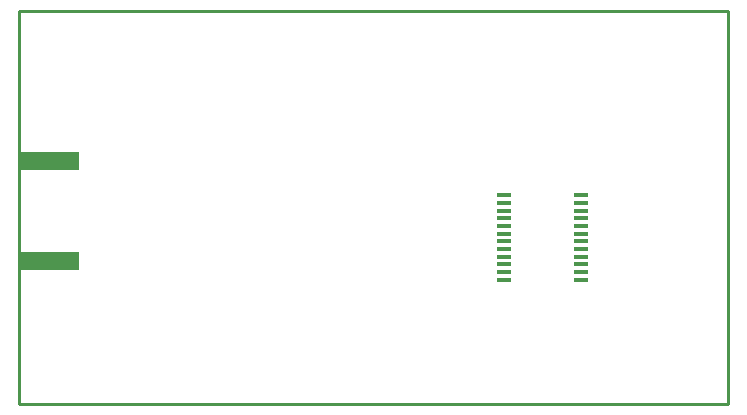
<source format=gbp>
G04 Layer_Color=128*
%FSLAX44Y44*%
%MOMM*%
G71*
G01*
G75*
%ADD10R,4.9000X1.6000*%
%ADD31C,0.2540*%
G04:AMPARAMS|DCode=37|XSize=1.25mm|YSize=0.42mm|CornerRadius=0.105mm|HoleSize=0mm|Usage=FLASHONLY|Rotation=0.000|XOffset=0mm|YOffset=0mm|HoleType=Round|Shape=RoundedRectangle|*
%AMROUNDEDRECTD37*
21,1,1.2500,0.2100,0,0,0.0*
21,1,1.0400,0.4200,0,0,0.0*
1,1,0.2100,0.5200,-0.1050*
1,1,0.2100,-0.5200,-0.1050*
1,1,0.2100,-0.5200,0.1050*
1,1,0.2100,0.5200,0.1050*
%
%ADD37ROUNDEDRECTD37*%
D10*
X375750Y652500D02*
D03*
Y567500D02*
D03*
D31*
X350000Y447000D02*
Y779000D01*
X950000D01*
Y447000D02*
Y779000D01*
X350000Y447000D02*
X950000D01*
D37*
X825700Y552000D02*
D03*
Y558500D02*
D03*
Y565000D02*
D03*
Y571500D02*
D03*
Y578000D02*
D03*
Y584500D02*
D03*
Y591000D02*
D03*
Y597500D02*
D03*
Y604000D02*
D03*
Y610500D02*
D03*
Y617000D02*
D03*
Y623500D02*
D03*
X760000Y552000D02*
D03*
Y558500D02*
D03*
Y565000D02*
D03*
Y571500D02*
D03*
Y578000D02*
D03*
Y584500D02*
D03*
Y591000D02*
D03*
Y597500D02*
D03*
Y604000D02*
D03*
Y610500D02*
D03*
Y617000D02*
D03*
Y623500D02*
D03*
M02*

</source>
